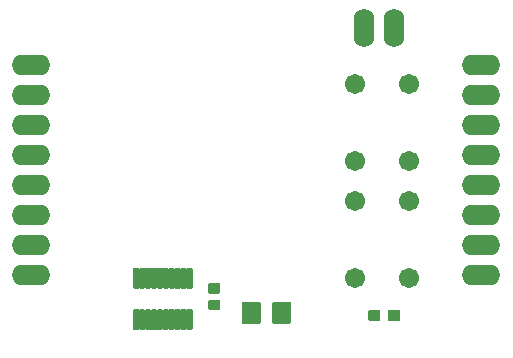
<source format=gbr>
%TF.GenerationSoftware,KiCad,Pcbnew,(5.1.10)-1*%
%TF.CreationDate,2022-10-31T01:55:02+09:00*%
%TF.ProjectId,IM920sL_module,494d3932-3073-44c5-9f6d-6f64756c652e,rev?*%
%TF.SameCoordinates,Original*%
%TF.FileFunction,Soldermask,Top*%
%TF.FilePolarity,Negative*%
%FSLAX46Y46*%
G04 Gerber Fmt 4.6, Leading zero omitted, Abs format (unit mm)*
G04 Created by KiCad (PCBNEW (5.1.10)-1) date 2022-10-31 01:55:02*
%MOMM*%
%LPD*%
G01*
G04 APERTURE LIST*
%ADD10O,3.251200X1.727200*%
%ADD11O,1.727200X3.251200*%
%ADD12C,1.711200*%
G04 APERTURE END LIST*
D10*
%TO.C,JP1*%
X129300612Y-114363600D03*
X129300612Y-111823600D03*
X129300612Y-109283600D03*
X129300612Y-106743600D03*
X129300612Y-104203600D03*
X129300612Y-101663600D03*
X129300612Y-99123600D03*
X129300612Y-96583600D03*
%TD*%
%TO.C,JP2*%
X167400612Y-114363600D03*
X167400612Y-111823600D03*
X167400612Y-109283600D03*
X167400612Y-106743600D03*
X167400612Y-104203600D03*
X167400612Y-101663600D03*
X167400612Y-99123600D03*
X167400612Y-96583600D03*
%TD*%
%TO.C,STATUS*%
G36*
G01*
X160390612Y-118275200D02*
X159590612Y-118275200D01*
G75*
G02*
X159489012Y-118173600I0J101600D01*
G01*
X159489012Y-117373600D01*
G75*
G02*
X159590612Y-117272000I101600J0D01*
G01*
X160390612Y-117272000D01*
G75*
G02*
X160492212Y-117373600I0J-101600D01*
G01*
X160492212Y-118173600D01*
G75*
G02*
X160390612Y-118275200I-101600J0D01*
G01*
G37*
G36*
G01*
X158740612Y-118275200D02*
X157940612Y-118275200D01*
G75*
G02*
X157839012Y-118173600I0J101600D01*
G01*
X157839012Y-117373600D01*
G75*
G02*
X157940612Y-117272000I101600J0D01*
G01*
X158740612Y-117272000D01*
G75*
G02*
X158842212Y-117373600I0J-101600D01*
G01*
X158842212Y-118173600D01*
G75*
G02*
X158740612Y-118275200I-101600J0D01*
G01*
G37*
%TD*%
%TO.C,R1*%
G36*
G01*
X151302212Y-116728599D02*
X151302212Y-118378601D01*
G75*
G02*
X151200613Y-118480200I-101599J0D01*
G01*
X149800611Y-118480200D01*
G75*
G02*
X149699012Y-118378601I0J101599D01*
G01*
X149699012Y-116728599D01*
G75*
G02*
X149800611Y-116627000I101599J0D01*
G01*
X151200613Y-116627000D01*
G75*
G02*
X151302212Y-116728599I0J-101599D01*
G01*
G37*
G36*
G01*
X148702212Y-116728599D02*
X148702212Y-118378601D01*
G75*
G02*
X148600613Y-118480200I-101599J0D01*
G01*
X147200611Y-118480200D01*
G75*
G02*
X147099012Y-118378601I0J101599D01*
G01*
X147099012Y-116728599D01*
G75*
G02*
X147200611Y-116627000I101599J0D01*
G01*
X148600613Y-116627000D01*
G75*
G02*
X148702212Y-116728599I0J-101599D01*
G01*
G37*
%TD*%
D11*
%TO.C,AD_MODE1*%
X160020612Y-93423600D03*
X157480612Y-93423600D03*
%TD*%
%TO.C,C1*%
G36*
G01*
X145190612Y-115925200D02*
X144390612Y-115925200D01*
G75*
G02*
X144289012Y-115823600I0J101600D01*
G01*
X144289012Y-115123600D01*
G75*
G02*
X144390612Y-115022000I101600J0D01*
G01*
X145190612Y-115022000D01*
G75*
G02*
X145292212Y-115123600I0J-101600D01*
G01*
X145292212Y-115823600D01*
G75*
G02*
X145190612Y-115925200I-101600J0D01*
G01*
G37*
G36*
G01*
X145190612Y-117325200D02*
X144390612Y-117325200D01*
G75*
G02*
X144289012Y-117223600I0J101600D01*
G01*
X144289012Y-116523600D01*
G75*
G02*
X144390612Y-116422000I101600J0D01*
G01*
X145190612Y-116422000D01*
G75*
G02*
X145292212Y-116523600I0J-101600D01*
G01*
X145292212Y-117223600D01*
G75*
G02*
X145190612Y-117325200I-101600J0D01*
G01*
G37*
%TD*%
%TO.C,CN1*%
G36*
G01*
X138355612Y-115525200D02*
X138005612Y-115525200D01*
G75*
G02*
X137904012Y-115423600I0J101600D01*
G01*
X137904012Y-113823600D01*
G75*
G02*
X138005612Y-113722000I101600J0D01*
G01*
X138355612Y-113722000D01*
G75*
G02*
X138457212Y-113823600I0J-101600D01*
G01*
X138457212Y-115423600D01*
G75*
G02*
X138355612Y-115525200I-101600J0D01*
G01*
G37*
G36*
G01*
X138830612Y-115525200D02*
X138530612Y-115525200D01*
G75*
G02*
X138429012Y-115423600I0J101600D01*
G01*
X138429012Y-113823600D01*
G75*
G02*
X138530612Y-113722000I101600J0D01*
G01*
X138830612Y-113722000D01*
G75*
G02*
X138932212Y-113823600I0J-101600D01*
G01*
X138932212Y-115423600D01*
G75*
G02*
X138830612Y-115525200I-101600J0D01*
G01*
G37*
G36*
G01*
X139330612Y-115525200D02*
X139030612Y-115525200D01*
G75*
G02*
X138929012Y-115423600I0J101600D01*
G01*
X138929012Y-113823600D01*
G75*
G02*
X139030612Y-113722000I101600J0D01*
G01*
X139330612Y-113722000D01*
G75*
G02*
X139432212Y-113823600I0J-101600D01*
G01*
X139432212Y-115423600D01*
G75*
G02*
X139330612Y-115525200I-101600J0D01*
G01*
G37*
G36*
G01*
X139830612Y-115525200D02*
X139530612Y-115525200D01*
G75*
G02*
X139429012Y-115423600I0J101600D01*
G01*
X139429012Y-113823600D01*
G75*
G02*
X139530612Y-113722000I101600J0D01*
G01*
X139830612Y-113722000D01*
G75*
G02*
X139932212Y-113823600I0J-101600D01*
G01*
X139932212Y-115423600D01*
G75*
G02*
X139830612Y-115525200I-101600J0D01*
G01*
G37*
G36*
G01*
X140330612Y-115525200D02*
X140030612Y-115525200D01*
G75*
G02*
X139929012Y-115423600I0J101600D01*
G01*
X139929012Y-113823600D01*
G75*
G02*
X140030612Y-113722000I101600J0D01*
G01*
X140330612Y-113722000D01*
G75*
G02*
X140432212Y-113823600I0J-101600D01*
G01*
X140432212Y-115423600D01*
G75*
G02*
X140330612Y-115525200I-101600J0D01*
G01*
G37*
G36*
G01*
X140830612Y-115525200D02*
X140530612Y-115525200D01*
G75*
G02*
X140429012Y-115423600I0J101600D01*
G01*
X140429012Y-113823600D01*
G75*
G02*
X140530612Y-113722000I101600J0D01*
G01*
X140830612Y-113722000D01*
G75*
G02*
X140932212Y-113823600I0J-101600D01*
G01*
X140932212Y-115423600D01*
G75*
G02*
X140830612Y-115525200I-101600J0D01*
G01*
G37*
G36*
G01*
X141330612Y-115525200D02*
X141030612Y-115525200D01*
G75*
G02*
X140929012Y-115423600I0J101600D01*
G01*
X140929012Y-113823600D01*
G75*
G02*
X141030612Y-113722000I101600J0D01*
G01*
X141330612Y-113722000D01*
G75*
G02*
X141432212Y-113823600I0J-101600D01*
G01*
X141432212Y-115423600D01*
G75*
G02*
X141330612Y-115525200I-101600J0D01*
G01*
G37*
G36*
G01*
X141830612Y-115525200D02*
X141530612Y-115525200D01*
G75*
G02*
X141429012Y-115423600I0J101600D01*
G01*
X141429012Y-113823600D01*
G75*
G02*
X141530612Y-113722000I101600J0D01*
G01*
X141830612Y-113722000D01*
G75*
G02*
X141932212Y-113823600I0J-101600D01*
G01*
X141932212Y-115423600D01*
G75*
G02*
X141830612Y-115525200I-101600J0D01*
G01*
G37*
G36*
G01*
X142330612Y-115525200D02*
X142030612Y-115525200D01*
G75*
G02*
X141929012Y-115423600I0J101600D01*
G01*
X141929012Y-113823600D01*
G75*
G02*
X142030612Y-113722000I101600J0D01*
G01*
X142330612Y-113722000D01*
G75*
G02*
X142432212Y-113823600I0J-101600D01*
G01*
X142432212Y-115423600D01*
G75*
G02*
X142330612Y-115525200I-101600J0D01*
G01*
G37*
G36*
G01*
X142855612Y-115525200D02*
X142505612Y-115525200D01*
G75*
G02*
X142404012Y-115423600I0J101600D01*
G01*
X142404012Y-113823600D01*
G75*
G02*
X142505612Y-113722000I101600J0D01*
G01*
X142855612Y-113722000D01*
G75*
G02*
X142957212Y-113823600I0J-101600D01*
G01*
X142957212Y-115423600D01*
G75*
G02*
X142855612Y-115525200I-101600J0D01*
G01*
G37*
G36*
G01*
X142855612Y-119025200D02*
X142505612Y-119025200D01*
G75*
G02*
X142404012Y-118923600I0J101600D01*
G01*
X142404012Y-117323600D01*
G75*
G02*
X142505612Y-117222000I101600J0D01*
G01*
X142855612Y-117222000D01*
G75*
G02*
X142957212Y-117323600I0J-101600D01*
G01*
X142957212Y-118923600D01*
G75*
G02*
X142855612Y-119025200I-101600J0D01*
G01*
G37*
G36*
G01*
X142330612Y-119025200D02*
X142030612Y-119025200D01*
G75*
G02*
X141929012Y-118923600I0J101600D01*
G01*
X141929012Y-117323600D01*
G75*
G02*
X142030612Y-117222000I101600J0D01*
G01*
X142330612Y-117222000D01*
G75*
G02*
X142432212Y-117323600I0J-101600D01*
G01*
X142432212Y-118923600D01*
G75*
G02*
X142330612Y-119025200I-101600J0D01*
G01*
G37*
G36*
G01*
X141830612Y-119025200D02*
X141530612Y-119025200D01*
G75*
G02*
X141429012Y-118923600I0J101600D01*
G01*
X141429012Y-117323600D01*
G75*
G02*
X141530612Y-117222000I101600J0D01*
G01*
X141830612Y-117222000D01*
G75*
G02*
X141932212Y-117323600I0J-101600D01*
G01*
X141932212Y-118923600D01*
G75*
G02*
X141830612Y-119025200I-101600J0D01*
G01*
G37*
G36*
G01*
X141330612Y-119025200D02*
X141030612Y-119025200D01*
G75*
G02*
X140929012Y-118923600I0J101600D01*
G01*
X140929012Y-117323600D01*
G75*
G02*
X141030612Y-117222000I101600J0D01*
G01*
X141330612Y-117222000D01*
G75*
G02*
X141432212Y-117323600I0J-101600D01*
G01*
X141432212Y-118923600D01*
G75*
G02*
X141330612Y-119025200I-101600J0D01*
G01*
G37*
G36*
G01*
X140830612Y-119025200D02*
X140530612Y-119025200D01*
G75*
G02*
X140429012Y-118923600I0J101600D01*
G01*
X140429012Y-117323600D01*
G75*
G02*
X140530612Y-117222000I101600J0D01*
G01*
X140830612Y-117222000D01*
G75*
G02*
X140932212Y-117323600I0J-101600D01*
G01*
X140932212Y-118923600D01*
G75*
G02*
X140830612Y-119025200I-101600J0D01*
G01*
G37*
G36*
G01*
X140330612Y-119025200D02*
X140030612Y-119025200D01*
G75*
G02*
X139929012Y-118923600I0J101600D01*
G01*
X139929012Y-117323600D01*
G75*
G02*
X140030612Y-117222000I101600J0D01*
G01*
X140330612Y-117222000D01*
G75*
G02*
X140432212Y-117323600I0J-101600D01*
G01*
X140432212Y-118923600D01*
G75*
G02*
X140330612Y-119025200I-101600J0D01*
G01*
G37*
G36*
G01*
X139830612Y-119025200D02*
X139530612Y-119025200D01*
G75*
G02*
X139429012Y-118923600I0J101600D01*
G01*
X139429012Y-117323600D01*
G75*
G02*
X139530612Y-117222000I101600J0D01*
G01*
X139830612Y-117222000D01*
G75*
G02*
X139932212Y-117323600I0J-101600D01*
G01*
X139932212Y-118923600D01*
G75*
G02*
X139830612Y-119025200I-101600J0D01*
G01*
G37*
G36*
G01*
X139330612Y-119025200D02*
X139030612Y-119025200D01*
G75*
G02*
X138929012Y-118923600I0J101600D01*
G01*
X138929012Y-117323600D01*
G75*
G02*
X139030612Y-117222000I101600J0D01*
G01*
X139330612Y-117222000D01*
G75*
G02*
X139432212Y-117323600I0J-101600D01*
G01*
X139432212Y-118923600D01*
G75*
G02*
X139330612Y-119025200I-101600J0D01*
G01*
G37*
G36*
G01*
X138830612Y-119025200D02*
X138530612Y-119025200D01*
G75*
G02*
X138429012Y-118923600I0J101600D01*
G01*
X138429012Y-117323600D01*
G75*
G02*
X138530612Y-117222000I101600J0D01*
G01*
X138830612Y-117222000D01*
G75*
G02*
X138932212Y-117323600I0J-101600D01*
G01*
X138932212Y-118923600D01*
G75*
G02*
X138830612Y-119025200I-101600J0D01*
G01*
G37*
G36*
G01*
X138355612Y-119025200D02*
X138005612Y-119025200D01*
G75*
G02*
X137904012Y-118923600I0J101600D01*
G01*
X137904012Y-117323600D01*
G75*
G02*
X138005612Y-117222000I101600J0D01*
G01*
X138355612Y-117222000D01*
G75*
G02*
X138457212Y-117323600I0J-101600D01*
G01*
X138457212Y-118923600D01*
G75*
G02*
X138355612Y-119025200I-101600J0D01*
G01*
G37*
%TD*%
D12*
%TO.C,SW1*%
X156730612Y-104693600D03*
X156730612Y-98193600D03*
X161230612Y-104693600D03*
X161230612Y-98193600D03*
%TD*%
%TO.C,SW2*%
X156730612Y-114593600D03*
X156730612Y-108093600D03*
X161230612Y-114593600D03*
X161230612Y-108093600D03*
%TD*%
M02*

</source>
